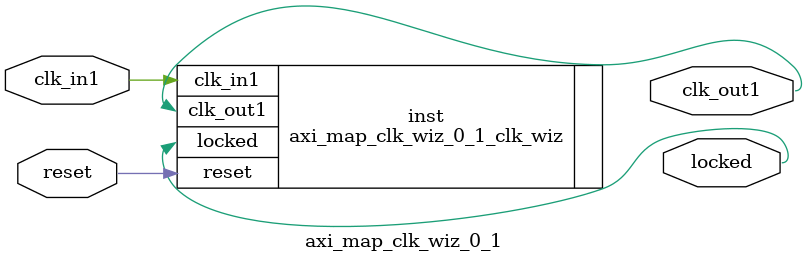
<source format=v>


`timescale 1ps/1ps

(* CORE_GENERATION_INFO = "axi_map_clk_wiz_0_1,clk_wiz_v6_0_13_0_0,{component_name=axi_map_clk_wiz_0_1,use_phase_alignment=true,use_min_o_jitter=false,use_max_i_jitter=false,use_dyn_phase_shift=false,use_inclk_switchover=false,use_dyn_reconfig=false,enable_axi=0,feedback_source=FDBK_AUTO,PRIMITIVE=MMCM,num_out_clk=1,clkin1_period=12.000,clkin2_period=10.0,use_power_down=false,use_reset=true,use_locked=true,use_inclk_stopped=false,feedback_type=SINGLE,CLOCK_MGR_TYPE=NA,manual_override=false}" *)

module axi_map_clk_wiz_0_1 
 (
  // Clock out ports
  output        clk_out1,
  // Status and control signals
  input         reset,
  output        locked,
 // Clock in ports
  input         clk_in1
 );

  axi_map_clk_wiz_0_1_clk_wiz inst
  (
  // Clock out ports  
  .clk_out1(clk_out1),
  // Status and control signals               
  .reset(reset), 
  .locked(locked),
 // Clock in ports
  .clk_in1(clk_in1)
  );

endmodule

</source>
